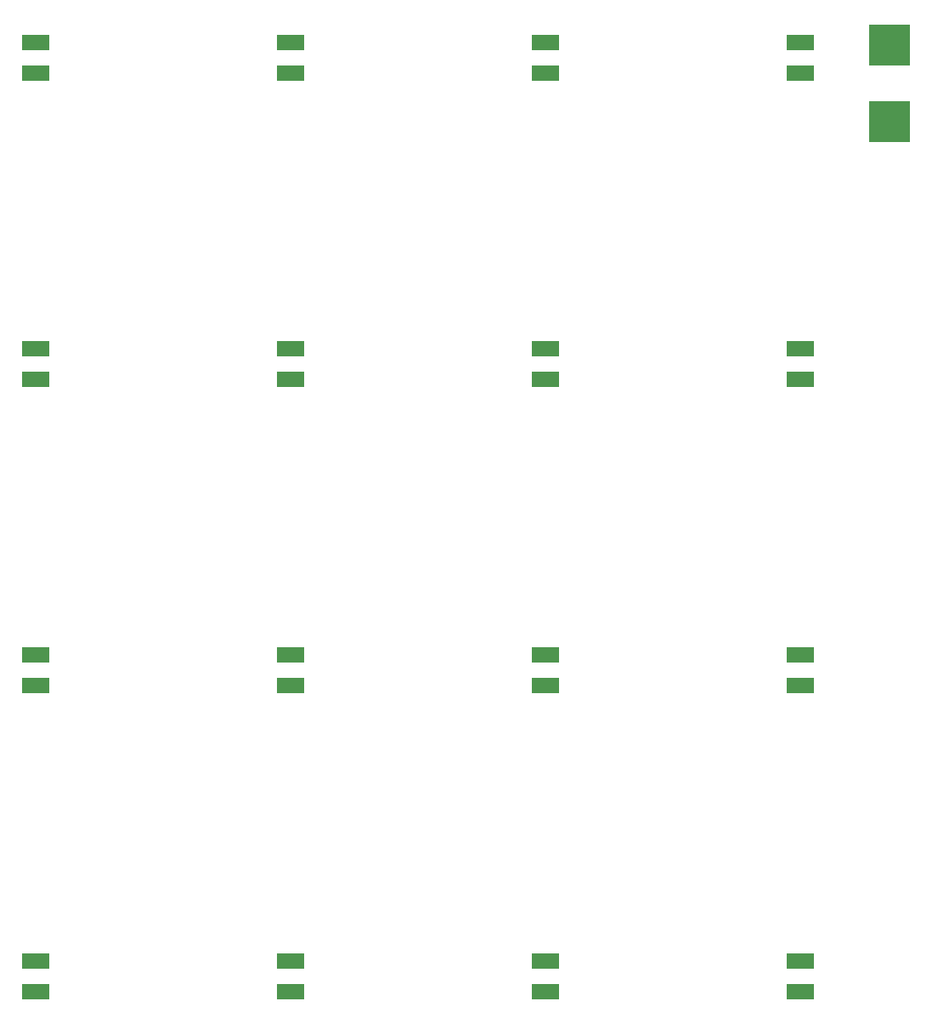
<source format=gbr>
%TF.GenerationSoftware,KiCad,Pcbnew,(5.1.6-0-10_14)*%
%TF.CreationDate,2020-08-23T12:03:37+01:00*%
%TF.ProjectId,UVLedPanel_100mm_100mm,55564c65-6450-4616-9e65-6c5f3130306d,A*%
%TF.SameCoordinates,Original*%
%TF.FileFunction,Soldermask,Top*%
%TF.FilePolarity,Negative*%
%FSLAX46Y46*%
G04 Gerber Fmt 4.6, Leading zero omitted, Abs format (unit mm)*
G04 Created by KiCad (PCBNEW (5.1.6-0-10_14)) date 2020-08-23 12:03:37*
%MOMM*%
%LPD*%
G01*
G04 APERTURE LIST*
%ADD10R,2.700000X1.600000*%
%ADD11R,4.100000X4.100000*%
G04 APERTURE END LIST*
D10*
%TO.C,D16*%
X115570000Y-144550000D03*
X115570000Y-147550000D03*
%TD*%
%TO.C,D15*%
X115570000Y-117070000D03*
X115570000Y-114070000D03*
%TD*%
%TO.C,D14*%
X115570000Y-83590000D03*
X115570000Y-86590000D03*
%TD*%
%TO.C,D13*%
X115570000Y-56110000D03*
X115570000Y-53110000D03*
%TD*%
%TO.C,D12*%
X140970000Y-144550000D03*
X140970000Y-147550000D03*
%TD*%
%TO.C,D11*%
X140970000Y-117070000D03*
X140970000Y-114070000D03*
%TD*%
%TO.C,D10*%
X140970000Y-83590000D03*
X140970000Y-86590000D03*
%TD*%
%TO.C,D9*%
X140970000Y-56110000D03*
X140970000Y-53110000D03*
%TD*%
%TO.C,D8*%
X166370000Y-144550000D03*
X166370000Y-147550000D03*
%TD*%
%TO.C,D7*%
X166370000Y-117070000D03*
X166370000Y-114070000D03*
%TD*%
%TO.C,D6*%
X166370000Y-83590000D03*
X166370000Y-86590000D03*
%TD*%
%TO.C,D5*%
X166370000Y-56110000D03*
X166370000Y-53110000D03*
%TD*%
D11*
%TO.C,J2*%
X200660000Y-53340000D03*
%TD*%
%TO.C,J1*%
X200660000Y-60960000D03*
%TD*%
D10*
%TO.C,D4*%
X191770000Y-144550000D03*
X191770000Y-147550000D03*
%TD*%
%TO.C,D3*%
X191770000Y-117070000D03*
X191770000Y-114070000D03*
%TD*%
%TO.C,D2*%
X191770000Y-83590000D03*
X191770000Y-86590000D03*
%TD*%
%TO.C,D1*%
X191770000Y-56110000D03*
X191770000Y-53110000D03*
%TD*%
M02*

</source>
